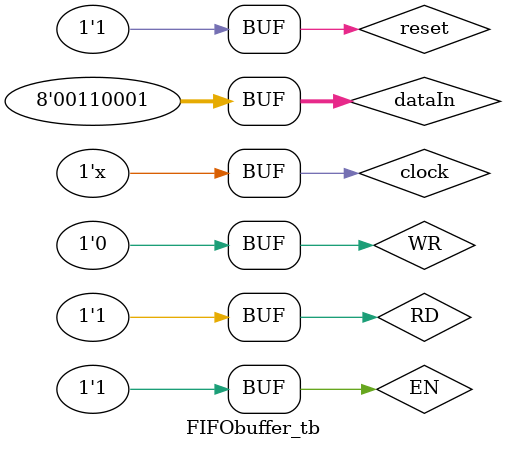
<source format=v>
`timescale 1ns / 1ps
module FIFObuffer_tb;
	reg		clock;
	reg 	[7:0] dataIn;
	reg 	RD;
	reg 	WR;
	reg 	EN;
	reg 	reset;
	wire 	[7:0] dataOut;
	wire 	[7:0] dataOut2;
	wire 	EMPTY;
	wire 	FULL;
	
	FIFObuffer uut (
		.clock(clock), 
		.dataIn(dataIn), 
		.RD(RD), 
		.WR(WR), 
		.EN(EN), 
		.dataOut(dataOut), 
		.dataOut2(dataOut2), 
		.reset(reset), 
		.EMPTY(EMPTY), 
		.FULL(FULL)
	);
	
	initial begin
		clock  = 1'b0;
		dataIn  = 8'h0;
		RD  = 1'b0;
		WR  = 1'b0;
		EN  = 1'b0;
		reset  = 1'b0;

		#100;        
		EN  = 1'b1;
		reset  = 1'b0;

		#104416;
		reset  = 1'b1;
		WR  = 1'b1;
		dataIn  = 8'h0;

		#104416;
		dataIn  = 8'h1;

		#104416;
		dataIn  = 8'h2;

		#104416;
		dataIn  = 8'h3;
		
		#104416;
		dataIn  = 8'h4;
		
		#104416;
		dataIn  = 8'h5;

		#104416;
		dataIn  = 8'h6;

		#104416;
		dataIn  = 8'h7;
		
		#104416;
		dataIn  = 8'h8;
		
		#104416;
		dataIn  = 8'h9;

		#104416;
		dataIn  = 8'h10;

		#104416;
		dataIn  = 8'h11;
		
		#104416;
		dataIn  = 8'h12;
		
		#104416;
		dataIn  = 8'h13;

		#104416;
		dataIn  = 8'h14;

		#104416;
		dataIn  = 8'h15;
		
		#104416;
		dataIn  = 8'h16;

		#104416;
		dataIn  = 8'h17;

		#104416;
		dataIn  = 8'h18;

		#104416;
		dataIn  = 8'h19;
		
		#104416;
		dataIn  = 8'h20;
		
		#104416;
		dataIn  = 8'h21;

		#104416;
		dataIn  = 8'h22;

		#104416;
		dataIn  = 8'h23;
		
		#104416;
		dataIn  = 8'h24;
		
		#104416;
		dataIn  = 8'h25;

		#104416;
		dataIn  = 8'h26;

		#104416;
		dataIn  = 8'h27;
		
		#104416;
		dataIn  = 8'h28;
		
		#104416;
		dataIn  = 8'h29;

		#104416;
		dataIn  = 8'h30;

		#104416;
		dataIn  = 8'h31;

		#104416;
		WR = 1'b0;
		RD = 1'b1;  

	end 

	always 
		#41.65 clock = ~clock;    

endmodule

</source>
